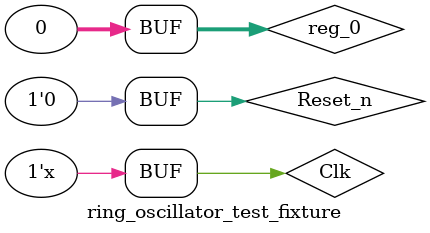
<source format=v>
`timescale 1ns / 1ps


module ring_oscillator_test_fixture;

	// Inputs
	reg [31:0] reg_0;
	reg Clk;
	reg Reset_n;

	// Outputs
	wire [31:0] reg_1;

	// Instantiate the Unit Under Test (UUT)
	ringOscHeater uut (
		.reg_0(reg_0), 
		.reg_1(reg_1),
		.Clk(Clk),
		.Reset_n(Reset_n)
	);

	initial begin
		// Initialize Inputs
		reg_0 = 0;
		Clk = 0;
		Reset_n = 0;

		// Wait 100 ns for global reset to finish
		#100;
        
		#100 reg_0[0] = 1;
		
		#100 reg_0[0] = 0;

	end
	
	always
		begin
			#10 Clk = ~Clk;
		
		end
      
endmodule


</source>
